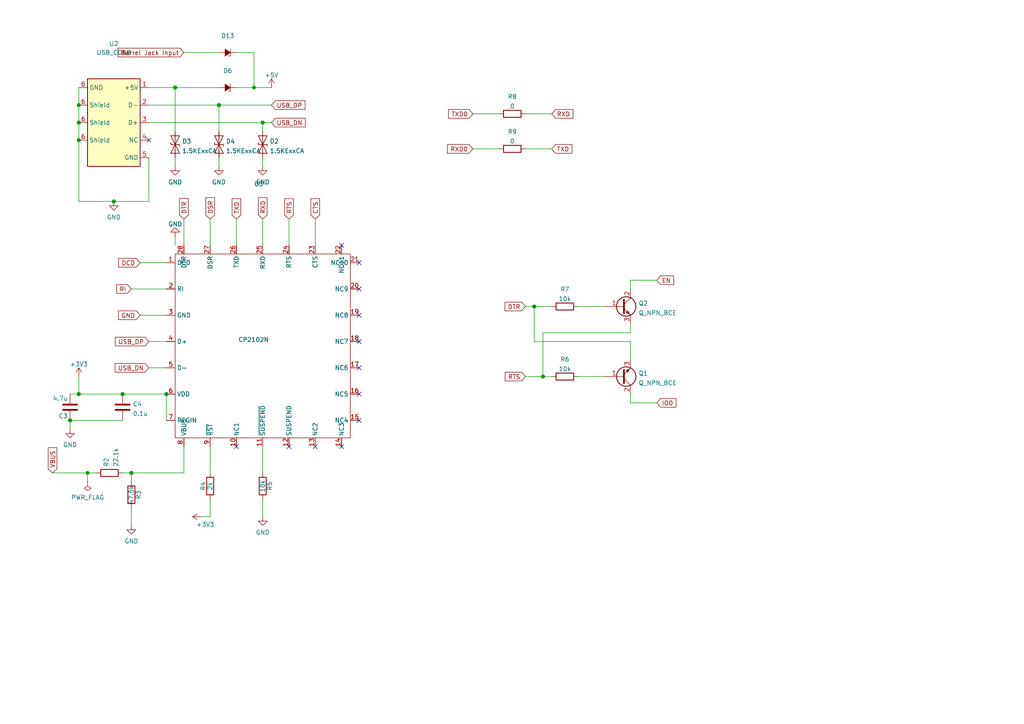
<source format=kicad_sch>
(kicad_sch (version 20210621) (generator eeschema)
  (paper "A4")
  (lib_symbols
    (symbol "Device:C" (pin_numbers hide) (pin_names (offset 0.254))
      (property "Reference" "C" (at 0.635 2.54 0))
      (property "Value" "C" (at 0.635 -2.54 0))
      (symbol "C_0_1"
        (polyline (pts (xy -2.032 -0.762) (xy 2.032 -0.762)) (stroke (width 0.508)))
        (polyline (pts (xy -2.032 0.762) (xy 2.032 0.762)) (stroke (width 0.508)))
      )
      (symbol "C_1_1"
        (pin passive line (at 0 3.81 270) (length 2.794) (name "~") (number "1"))
        (pin passive line (at 0 -3.81 90) (length 2.794) (name "~") (number "2"))
      )
    )
    (symbol "Device:D_Zener_Small_ALT" (pin_numbers hide) (pin_names (offset 0.254) hide)
      (property "Reference" "D" (at 0 2.286 0))
      (property "Value" "D_Zener_Small_ALT" (at 0 -2.286 0))
      (symbol "D_Zener_Small_ALT_0_1"
        (polyline (pts (xy 0.762 0) (xy -0.762 0)))
        (polyline (pts (xy -0.254 1.016) (xy -0.762 1.016) (xy -0.762 -1.016)))
        (polyline (pts (xy 0.762 1.016) (xy -0.762 0) (xy 0.762 -1.016) (xy 0.762 1.016)) (fill (type outline)))
      )
      (symbol "D_Zener_Small_ALT_1_1"
        (pin passive line (at -2.54 0 0) (length 1.778) (name "K") (number "1"))
        (pin passive line (at 2.54 0 180) (length 1.778) (name "A") (number "2"))
      )
    )
    (symbol "Device:Q_NPN_BCE" (pin_names (offset 0) hide)
      (property "Reference" "Q" (at 5.08 1.27 0))
      (property "Value" "Q_NPN_BCE" (at 5.08 -1.27 0))
      (symbol "Q_NPN_BCE_0_1"
        (polyline (pts (xy 0.635 0.635) (xy 2.54 2.54)))
        (polyline (pts (xy 0.635 -0.635) (xy 2.54 -2.54) (xy 2.54 -2.54)))
        (polyline (pts (xy 0.635 1.905) (xy 0.635 -1.905) (xy 0.635 -1.905)) (stroke (width 0.508)))
        (polyline (pts (xy 1.27 -1.778) (xy 1.778 -1.27) (xy 2.286 -2.286) (xy 1.27 -1.778) (xy 1.27 -1.778)) (fill (type outline)))
        (circle (center 1.27 0) (radius 2.8194) (stroke (width 0.254)) (stroke (width 0.254)))
      )
      (symbol "Q_NPN_BCE_1_1"
        (pin input line (at -5.08 0 0) (length 5.715) (name "B") (number "1"))
        (pin passive line (at 2.54 5.08 270) (length 2.54) (name "C") (number "2"))
        (pin passive line (at 2.54 -5.08 90) (length 2.54) (name "E") (number "3"))
      )
    )
    (symbol "Device:R" (pin_numbers hide) (pin_names (offset 0))
      (property "Reference" "R" (at 2.032 0 90))
      (property "Value" "R" (at 0 0 90))
      (symbol "R_0_1"
        (rectangle (start -1.016 -2.54) (end 1.016 2.54) (stroke (width 0.254)))
      )
      (symbol "R_1_1"
        (pin passive line (at 0 3.81 270) (length 1.27) (name "~") (number "1"))
        (pin passive line (at 0 -3.81 90) (length 1.27) (name "~") (number "2"))
      )
    )
    (symbol "Diode:1.5KExxCA" (pin_numbers hide) (pin_names (offset 1.016) hide)
      (property "Reference" "D" (at 0 2.54 0))
      (property "Value" "1.5KExxCA" (at 0 -2.54 0))
      (symbol "1.5KExxCA_0_1"
        (polyline (pts (xy 1.27 0) (xy -1.27 0)))
        (polyline (pts (xy -2.54 -1.27) (xy 0 0) (xy -2.54 1.27) (xy -2.54 -1.27)) (stroke (width 0.2032)))
        (polyline (pts (xy 0.508 1.27) (xy 0 1.27) (xy 0 -1.27) (xy -0.508 -1.27)) (stroke (width 0.2032)))
        (polyline (pts (xy 2.54 1.27) (xy 2.54 -1.27) (xy 0 0) (xy 2.54 1.27)) (stroke (width 0.2032)))
      )
      (symbol "1.5KExxCA_1_1"
        (pin passive line (at -3.81 0 0) (length 2.54) (name "A1") (number "1"))
        (pin passive line (at 3.81 0 180) (length 2.54) (name "A2") (number "2"))
      )
    )
    (symbol "USB_Interface_Chip:CP2102N"
      (property "Reference" "U3" (at -2.54 45.72 0))
      (property "Value" "CP2102N" (at -7.1119 0.5464 0))
      (symbol "CP2102N_0_1"
        (rectangle (start -25.4 25.4) (end 25.4 -27.94) (stroke (width 0.1524)))
      )
      (symbol "CP2102N_1_1"
        (pin bidirectional line (at -27.94 22.86 0) (length 2.54) (name "DCD") (number "1"))
        (pin bidirectional line (at -7.62 -30.48 90) (length 2.54) (name "NC1") (number "10"))
        (pin bidirectional line (at 0 -30.48 90) (length 2.54) (name "~{SUSPEND}") (number "11"))
        (pin bidirectional line (at 7.62 -30.48 90) (length 2.54) (name "SUSPEND") (number "12"))
        (pin bidirectional line (at 15.24 -30.48 90) (length 2.54) (name "NC2") (number "13"))
        (pin bidirectional line (at 22.86 -30.48 90) (length 2.54) (name "NC3") (number "14"))
        (pin bidirectional line (at 27.94 -22.86 180) (length 2.54) (name "NC4") (number "15"))
        (pin bidirectional line (at 27.94 -15.24 180) (length 2.54) (name "NC5") (number "16"))
        (pin bidirectional line (at 27.94 -7.62 180) (length 2.54) (name "NC6") (number "17"))
        (pin bidirectional line (at 27.94 0 180) (length 2.54) (name "NC7") (number "18"))
        (pin bidirectional line (at 27.94 7.62 180) (length 2.54) (name "NC8") (number "19"))
        (pin bidirectional line (at -27.94 15.24 0) (length 2.54) (name "RI") (number "2"))
        (pin bidirectional line (at 27.94 15.24 180) (length 2.54) (name "NC9") (number "20"))
        (pin bidirectional line (at 27.94 22.86 180) (length 2.54) (name "NC10") (number "21"))
        (pin bidirectional line (at 22.86 27.94 270) (length 2.54) (name "NC11") (number "22"))
        (pin bidirectional line (at 15.24 27.94 270) (length 2.54) (name "CTS") (number "23"))
        (pin bidirectional line (at 7.62 27.94 270) (length 2.54) (name "RTS") (number "24"))
        (pin bidirectional line (at 0 27.94 270) (length 2.54) (name "RXD") (number "25"))
        (pin bidirectional line (at -7.62 27.94 270) (length 2.54) (name "TXD") (number "26"))
        (pin bidirectional line (at -15.24 27.94 270) (length 2.54) (name "DSR") (number "27"))
        (pin bidirectional line (at -22.86 27.94 270) (length 2.54) (name "DTR") (number "28"))
        (pin bidirectional line (at -25.4 27.94 270) (length 2.54) hide (name "GND") (number "29"))
        (pin bidirectional line (at -27.94 7.62 0) (length 2.54) (name "GND") (number "3"))
        (pin bidirectional line (at -27.94 0 0) (length 2.54) (name "D+") (number "4"))
        (pin bidirectional line (at -27.94 -7.62 0) (length 2.54) (name "D-") (number "5"))
        (pin bidirectional line (at -27.94 -15.24 0) (length 2.54) (name "VDD") (number "6"))
        (pin bidirectional line (at -27.94 -22.86 0) (length 2.54) (name "REGIN") (number "7"))
        (pin bidirectional line (at -22.86 -30.48 90) (length 2.54) (name "VBUS") (number "8"))
        (pin bidirectional line (at -15.24 -30.48 90) (length 2.54) (name "~{RST}") (number "9"))
      )
    )
    (symbol "USB_conn:USB_CON8"
      (property "Reference" "U2" (at 0 17.78 0))
      (property "Value" "USB_CON8" (at 0 15.24 0))
      (symbol "USB_CON8_0_1"
        (rectangle (start -7.62 7.62) (end 7.62 -17.78) (stroke (width 0.254)) (fill (type background)))
      )
      (symbol "USB_CON8_1_1"
        (pin bidirectional line (at 10.16 5.08 180) (length 2.54) (name "+5V") (number "1"))
        (pin bidirectional line (at 10.16 0 180) (length 2.54) (name "D-") (number "2"))
        (pin bidirectional line (at 10.16 -5.08 180) (length 2.54) (name "D+") (number "3"))
        (pin bidirectional line (at 10.16 -10.16 180) (length 2.54) (name "NC") (number "4"))
        (pin bidirectional line (at 10.16 -15.24 180) (length 2.54) (name "GND") (number "5"))
        (pin bidirectional line (at -10.16 5.08 0) (length 2.54) (name "GND") (number "6"))
        (pin bidirectional line (at -10.16 -10.16 0) (length 2.54) (name "Shield") (number "6"))
        (pin bidirectional line (at -10.16 -5.08 0) (length 2.54) (name "Shield") (number "6"))
        (pin bidirectional line (at -10.16 0 0) (length 2.54) (name "Shield") (number "6"))
      )
    )
    (symbol "power:+3V3" (power) (pin_names (offset 0))
      (property "Value" "+3V3" (at 0 3.556 0))
      (symbol "+3V3_0_1"
        (polyline (pts (xy -0.762 1.27) (xy 0 2.54)))
        (polyline (pts (xy 0 0) (xy 0 2.54)))
        (polyline (pts (xy 0 2.54) (xy 0.762 1.27)))
      )
      (symbol "+3V3_1_1"
        (pin power_in line (at 0 0 90) (length 0) hide (name "+3V3") (number "1"))
      )
    )
    (symbol "power:+5V" (power) (pin_names (offset 0))
      (property "Value" "+5V" (at 0 3.556 0))
      (symbol "+5V_0_1"
        (polyline (pts (xy -0.762 1.27) (xy 0 2.54)))
        (polyline (pts (xy 0 0) (xy 0 2.54)))
        (polyline (pts (xy 0 2.54) (xy 0.762 1.27)))
      )
      (symbol "+5V_1_1"
        (pin power_in line (at 0 0 90) (length 0) hide (name "+5V") (number "1"))
      )
    )
    (symbol "power:GND" (power) (pin_names (offset 0))
      (property "Value" "GND" (at 0 -3.81 0))
      (symbol "GND_0_1"
        (polyline (pts (xy 0 0) (xy 0 -1.27) (xy 1.27 -1.27) (xy 0 -2.54) (xy -1.27 -1.27) (xy 0 -1.27)))
      )
      (symbol "GND_1_1"
        (pin power_in line (at 0 0 270) (length 0) hide (name "GND") (number "1"))
      )
    )
    (symbol "power:PWR_FLAG" (power) (pin_numbers hide) (pin_names (offset 0) hide)
      (property "Value" "PWR_FLAG" (at 0 3.81 0))
      (symbol "PWR_FLAG_0_0"
        (pin power_out line (at 0 0 90) (length 0) (name "pwr") (number "1"))
      )
      (symbol "PWR_FLAG_0_1"
        (polyline (pts (xy 0 0) (xy 0 1.27) (xy -1.016 1.905) (xy 0 2.54) (xy 1.016 1.905) (xy 0 1.27)))
      )
    )
  )
  (junction (at 20.32 121.92) (diameter 1.016))
  (junction (at 22.86 30.48) (diameter 1.016))
  (junction (at 22.86 35.56) (diameter 1.016))
  (junction (at 22.86 40.64) (diameter 1.016))
  (junction (at 22.86 114.3) (diameter 1.016))
  (junction (at 25.4 137.16))
  (junction (at 33.02 58.42) (diameter 1.016))
  (junction (at 35.56 114.3) (diameter 1.016))
  (junction (at 38.1 137.16) (diameter 1.016))
  (junction (at 48.26 114.3) (diameter 1.016))
  (junction (at 50.8 25.4) (diameter 1.016))
  (junction (at 63.5 30.48) (diameter 1.016))
  (junction (at 73.66 25.4))
  (junction (at 76.2 35.56) (diameter 1.016))
  (junction (at 154.94 88.9) (diameter 1.016))
  (junction (at 157.48 109.22) (diameter 1.016))
  (no_connect (at 43.18 40.64))
  (no_connect (at 68.58 129.54))
  (no_connect (at 83.82 129.54))
  (no_connect (at 91.44 129.54))
  (no_connect (at 99.06 71.12))
  (no_connect (at 99.06 129.54))
  (no_connect (at 104.14 76.2))
  (no_connect (at 104.14 83.82))
  (no_connect (at 104.14 91.44))
  (no_connect (at 104.14 99.06))
  (no_connect (at 104.14 106.68))
  (no_connect (at 104.14 114.3))
  (no_connect (at 104.14 121.92))
  (wire (pts (xy 15.24 137.16) (xy 25.4 137.16)))
  (wire (pts (xy 20.32 114.3) (xy 22.86 114.3)))
  (wire (pts (xy 20.32 121.92) (xy 20.32 124.46)))
  (wire (pts (xy 20.32 121.92) (xy 35.56 121.92)))
  (wire (pts (xy 22.86 25.4) (xy 22.86 30.48)))
  (wire (pts (xy 22.86 30.48) (xy 22.86 35.56)))
  (wire (pts (xy 22.86 35.56) (xy 22.86 40.64)))
  (wire (pts (xy 22.86 40.64) (xy 22.86 58.42)))
  (wire (pts (xy 22.86 58.42) (xy 33.02 58.42)))
  (wire (pts (xy 22.86 109.22) (xy 22.86 114.3)))
  (wire (pts (xy 22.86 114.3) (xy 35.56 114.3)))
  (wire (pts (xy 25.4 137.16) (xy 25.4 139.7)))
  (wire (pts (xy 27.94 137.16) (xy 25.4 137.16)))
  (wire (pts (xy 35.56 114.3) (xy 48.26 114.3)))
  (wire (pts (xy 38.1 83.82) (xy 48.26 83.82)))
  (wire (pts (xy 38.1 137.16) (xy 35.56 137.16)))
  (wire (pts (xy 38.1 137.16) (xy 38.1 139.7)))
  (wire (pts (xy 38.1 147.32) (xy 38.1 152.4)))
  (wire (pts (xy 40.64 76.2) (xy 48.26 76.2)))
  (wire (pts (xy 40.64 91.44) (xy 48.26 91.44)))
  (wire (pts (xy 43.18 25.4) (xy 50.8 25.4)))
  (wire (pts (xy 43.18 30.48) (xy 63.5 30.48)))
  (wire (pts (xy 43.18 35.56) (xy 76.2 35.56)))
  (wire (pts (xy 43.18 45.72) (xy 43.18 58.42)))
  (wire (pts (xy 43.18 58.42) (xy 33.02 58.42)))
  (wire (pts (xy 43.18 99.06) (xy 48.26 99.06)))
  (wire (pts (xy 43.18 106.68) (xy 48.26 106.68)))
  (wire (pts (xy 48.26 114.3) (xy 48.26 121.92)))
  (wire (pts (xy 50.8 25.4) (xy 50.8 38.1)))
  (wire (pts (xy 50.8 25.4) (xy 63.5 25.4)))
  (wire (pts (xy 50.8 45.72) (xy 50.8 48.26)))
  (wire (pts (xy 50.8 68.58) (xy 50.8 71.12)))
  (wire (pts (xy 53.34 15.24) (xy 63.5 15.24)))
  (wire (pts (xy 53.34 63.5) (xy 53.34 71.12)))
  (wire (pts (xy 53.34 129.54) (xy 53.34 137.16)))
  (wire (pts (xy 53.34 137.16) (xy 38.1 137.16)))
  (wire (pts (xy 60.96 63.5) (xy 60.96 71.12)))
  (wire (pts (xy 60.96 129.54) (xy 60.96 137.16)))
  (wire (pts (xy 60.96 144.78) (xy 60.96 149.86)))
  (wire (pts (xy 60.96 149.86) (xy 58.42 149.86)))
  (wire (pts (xy 63.5 30.48) (xy 63.5 38.1)))
  (wire (pts (xy 63.5 30.48) (xy 78.74 30.48)))
  (wire (pts (xy 63.5 45.72) (xy 63.5 48.26)))
  (wire (pts (xy 68.58 15.24) (xy 73.66 15.24)))
  (wire (pts (xy 68.58 25.4) (xy 73.66 25.4)))
  (wire (pts (xy 68.58 63.5) (xy 68.58 71.12)))
  (wire (pts (xy 73.66 15.24) (xy 73.66 25.4)))
  (wire (pts (xy 73.66 25.4) (xy 78.74 25.4)))
  (wire (pts (xy 76.2 35.56) (xy 76.2 38.1)))
  (wire (pts (xy 76.2 35.56) (xy 78.74 35.56)))
  (wire (pts (xy 76.2 45.72) (xy 76.2 48.26)))
  (wire (pts (xy 76.2 63.5) (xy 76.2 71.12)))
  (wire (pts (xy 76.2 129.54) (xy 76.2 137.16)))
  (wire (pts (xy 76.2 144.78) (xy 76.2 149.86)))
  (wire (pts (xy 83.82 63.5) (xy 83.82 71.12)))
  (wire (pts (xy 91.44 63.5) (xy 91.44 71.12)))
  (wire (pts (xy 137.16 33.02) (xy 144.78 33.02)))
  (wire (pts (xy 137.16 43.18) (xy 144.78 43.18)))
  (wire (pts (xy 152.4 33.02) (xy 160.02 33.02)))
  (wire (pts (xy 152.4 43.18) (xy 160.02 43.18)))
  (wire (pts (xy 152.4 88.9) (xy 154.94 88.9)))
  (wire (pts (xy 152.4 109.22) (xy 157.48 109.22)))
  (wire (pts (xy 154.94 88.9) (xy 160.02 88.9)))
  (wire (pts (xy 154.94 99.06) (xy 154.94 88.9)))
  (wire (pts (xy 157.48 96.52) (xy 157.48 109.22)))
  (wire (pts (xy 157.48 96.52) (xy 182.88 96.52)))
  (wire (pts (xy 157.48 109.22) (xy 160.02 109.22)))
  (wire (pts (xy 167.64 88.9) (xy 175.26 88.9)))
  (wire (pts (xy 167.64 109.22) (xy 175.26 109.22)))
  (wire (pts (xy 182.88 81.28) (xy 190.5 81.28)))
  (wire (pts (xy 182.88 83.82) (xy 182.88 81.28)))
  (wire (pts (xy 182.88 96.52) (xy 182.88 93.98)))
  (wire (pts (xy 182.88 99.06) (xy 154.94 99.06)))
  (wire (pts (xy 182.88 104.14) (xy 182.88 99.06)))
  (wire (pts (xy 182.88 114.3) (xy 182.88 116.84)))
  (wire (pts (xy 182.88 116.84) (xy 190.5 116.84)))
  (global_label "VBUS" (shape input) (at 15.24 137.16 90) (property "Intersheet References" "${INTERSHEET_REFS}" (effects hide)))
  (global_label "RI" (shape input) (at 38.1 83.82 180) (property "Intersheet References" "${INTERSHEET_REFS}" (effects hide)))
  (global_label "DCD" (shape input) (at 40.64 76.2 180) (property "Intersheet References" "${INTERSHEET_REFS}" (effects hide)))
  (global_label "GND" (shape input) (at 40.64 91.44 180) (property "Intersheet References" "${INTERSHEET_REFS}" (effects hide)))
  (global_label "USB_DP" (shape input) (at 43.18 99.06 180) (property "Intersheet References" "${INTERSHEET_REFS}" (effects hide)))
  (global_label "USB_DN" (shape input) (at 43.18 106.68 180) (property "Intersheet References" "${INTERSHEET_REFS}" (effects hide)))
  (global_label "Barrel Jack Input" (shape input) (at 53.34 15.24 180) (property "Intersheet References" "${INTERSHEET_REFS}" (effects hide)))
  (global_label "DTR" (shape input) (at 53.34 63.5 90) (property "Intersheet References" "${INTERSHEET_REFS}" (effects hide)))
  (global_label "DSR" (shape input) (at 60.96 63.5 90) (property "Intersheet References" "${INTERSHEET_REFS}" (effects hide)))
  (global_label "TXD" (shape input) (at 68.58 63.5 90) (property "Intersheet References" "${INTERSHEET_REFS}" (effects hide)))
  (global_label "RXD" (shape input) (at 76.2 63.5 90) (property "Intersheet References" "${INTERSHEET_REFS}" (effects hide)))
  (global_label "USB_DP" (shape input) (at 78.74 30.48 0) (property "Intersheet References" "${INTERSHEET_REFS}" (effects hide)))
  (global_label "USB_DN" (shape input) (at 78.74 35.56 0) (property "Intersheet References" "${INTERSHEET_REFS}" (effects hide)))
  (global_label "RTS" (shape input) (at 83.82 63.5 90) (property "Intersheet References" "${INTERSHEET_REFS}" (effects hide)))
  (global_label "CTS" (shape input) (at 91.44 63.5 90) (property "Intersheet References" "${INTERSHEET_REFS}" (effects hide)))
  (global_label "TXD0" (shape input) (at 137.16 33.02 180) (property "Intersheet References" "${INTERSHEET_REFS}" (effects hide)))
  (global_label "RXD0" (shape input) (at 137.16 43.18 180) (property "Intersheet References" "${INTERSHEET_REFS}" (effects hide)))
  (global_label "DTR" (shape input) (at 152.4 88.9 180) (property "Intersheet References" "${INTERSHEET_REFS}" (effects hide)))
  (global_label "RTS" (shape input) (at 152.4 109.22 180) (property "Intersheet References" "${INTERSHEET_REFS}" (effects hide)))
  (global_label "RXD" (shape input) (at 160.02 33.02 0) (property "Intersheet References" "${INTERSHEET_REFS}" (effects hide)))
  (global_label "TXD" (shape input) (at 160.02 43.18 0) (property "Intersheet References" "${INTERSHEET_REFS}" (effects hide)))
  (global_label "EN" (shape input) (at 190.5 81.28 0) (property "Intersheet References" "${INTERSHEET_REFS}" (effects hide)))
  (global_label "IO0" (shape input) (at 190.5 116.84 0) (property "Intersheet References" "${INTERSHEET_REFS}" (effects hide)))
  (symbol (lib_id "power:+3V3") (at 22.86 109.22 0) (unit 1)
    (property "Reference" "#PWR0114" (effects hide))
    (property "Value" "+3V3" (at 22.86 105.6154 0))
  )
  (symbol (lib_id "power:+3V3") (at 58.42 149.86 90) (unit 1)
    (property "Reference" "#PWR0108" (effects hide))
    (property "Value" "+3V3" (at 56.8961 152.117 90) (effects (justify right)))
  )
  (symbol (lib_id "power:+5V") (at 78.74 25.4 0) (unit 1)
    (property "Reference" "#PWR0117" (effects hide))
    (property "Value" "+5V" (at 78.74 21.7954 0))
  )
  (symbol (lib_id "power:PWR_FLAG") (at 25.4 139.7 180) (unit 1)
    (property "Reference" "#FLG0105" (effects hide))
    (property "Value" "PWR_FLAG" (at 25.4 144.2626 0))
  )
  (symbol (lib_id "power:GND") (at 20.32 124.46 0) (unit 1)
    (property "Reference" "#PWR0106" (effects hide))
    (property "Value" "GND" (at 20.32 129.0226 0))
  )
  (symbol (lib_id "power:GND") (at 33.02 58.42 0) (unit 1)
    (property "Reference" "#PWR0112" (effects hide))
    (property "Value" "GND" (at 33.02 62.9826 0))
  )
  (symbol (lib_id "power:GND") (at 38.1 152.4 0) (unit 1)
    (property "Reference" "#PWR0109" (effects hide))
    (property "Value" "GND" (at 38.1 156.9626 0))
  )
  (symbol (lib_id "power:GND") (at 50.8 48.26 0) (unit 1)
    (property "Reference" "#PWR0115" (effects hide))
    (property "Value" "GND" (at 50.8 52.8226 0))
  )
  (symbol (lib_id "power:GND") (at 50.8 68.58 180) (unit 1)
    (property "Reference" "#PWR0149" (effects hide))
    (property "Value" "GND" (at 50.8 64.9754 0))
  )
  (symbol (lib_id "power:GND") (at 63.5 48.26 0) (unit 1)
    (property "Reference" "#PWR0116" (effects hide))
    (property "Value" "GND" (at 63.5 52.8226 0))
  )
  (symbol (lib_id "power:GND") (at 76.2 48.26 0) (unit 1)
    (property "Reference" "#PWR0113" (effects hide))
    (property "Value" "GND" (at 76.2 52.8226 0))
  )
  (symbol (lib_id "power:GND") (at 76.2 149.86 0) (unit 1)
    (property "Reference" "#PWR0107" (effects hide))
    (property "Value" "GND" (at 76.2 154.4226 0))
  )
  (symbol (lib_id "Device:D_Zener_Small_ALT") (at 66.04 15.24 180) (unit 1)
    (property "Reference" "D13" (at 66.04 10.3844 0))
    (property "Value" "D_Zener_Small_ALT" (effects hide))
    (property "Footprint" "Diode_SMD:D_0603_1608Metric" (effects hide))
  )
  (symbol (lib_id "Device:D_Zener_Small_ALT") (at 66.04 25.4 180) (unit 1)
    (property "Reference" "D6" (at 66.04 20.5444 0))
    (property "Value" "D_Zener_Small_ALT" (effects hide))
    (property "Footprint" "Diode_SMD:D_0603_1608Metric" (effects hide))
  )
  (symbol (lib_id "Device:R") (at 31.75 137.16 90) (unit 1)
    (property "Reference" "R2" (at 30.8415 135.3819 0) (effects (justify left)))
    (property "Value" "22.1k" (at 33.6166 135.3819 0) (effects (justify left)))
    (property "Footprint" "Resistor_SMD:R_0603_1608Metric_Pad0.98x0.95mm_HandSolder" (effects hide))
  )
  (symbol (lib_id "Device:R") (at 38.1 143.51 0) (unit 1)
    (property "Reference" "R3" (at 40.132 143.51 90))
    (property "Value" "47.5k" (at 38.1 143.51 90))
    (property "Footprint" "Resistor_SMD:R_0603_1608Metric_Pad0.98x0.95mm_HandSolder" (effects hide))
  )
  (symbol (lib_id "Device:R") (at 60.96 140.97 180) (unit 1)
    (property "Reference" "R4" (at 58.928 140.97 90))
    (property "Value" "2k" (at 60.96 140.97 90))
    (property "Footprint" "Resistor_SMD:R_0603_1608Metric_Pad0.98x0.95mm_HandSolder" (effects hide))
  )
  (symbol (lib_id "Device:R") (at 76.2 140.97 0) (unit 1)
    (property "Reference" "R5" (at 78.232 140.97 90))
    (property "Value" "10k" (at 76.2 140.97 90))
    (property "Footprint" "Resistor_SMD:R_0603_1608Metric_Pad0.98x0.95mm_HandSolder" (effects hide))
  )
  (symbol (lib_id "Device:R") (at 148.59 33.02 90) (unit 1)
    (property "Reference" "R8" (at 148.59 28.0374 90))
    (property "Value" "0" (at 148.59 30.8125 90))
    (property "Footprint" "Resistor_SMD:R_0603_1608Metric_Pad0.98x0.95mm_HandSolder" (effects hide))
  )
  (symbol (lib_id "Device:R") (at 148.59 43.18 90) (unit 1)
    (property "Reference" "R9" (at 148.59 38.1974 90))
    (property "Value" "0" (at 148.59 40.9725 90))
    (property "Footprint" "Resistor_SMD:R_0603_1608Metric_Pad0.98x0.95mm_HandSolder" (effects hide))
  )
  (symbol (lib_id "Device:R") (at 163.83 88.9 90) (unit 1)
    (property "Reference" "R7" (at 163.83 83.9174 90))
    (property "Value" "10k" (at 163.83 86.6925 90))
    (property "Footprint" "Resistor_SMD:R_0603_1608Metric_Pad0.98x0.95mm_HandSolder" (effects hide))
  )
  (symbol (lib_id "Device:R") (at 163.83 109.22 90) (unit 1)
    (property "Reference" "R6" (at 163.83 104.2374 90))
    (property "Value" "10k" (at 163.83 107.0125 90))
    (property "Footprint" "Resistor_SMD:R_0603_1608Metric_Pad0.98x0.95mm_HandSolder" (effects hide))
  )
  (symbol (lib_id "Diode:1.5KExxCA") (at 50.8 41.91 90) (unit 1)
    (property "Reference" "D3" (at 52.8067 41.0015 90) (effects (justify right)))
    (property "Value" "1.5KExxCA" (at 52.8067 43.7766 90) (effects (justify right)))
    (property "Footprint" "Diode_SMD:D_0603_1608Metric_Pad1.05x0.95mm_HandSolder" (effects hide))
    (property "Datasheet" "https://www.vishay.com/docs/88301/15ke.pdf" (effects hide))
  )
  (symbol (lib_id "Diode:1.5KExxCA") (at 63.5 41.91 90) (unit 1)
    (property "Reference" "D4" (at 65.5067 41.0015 90) (effects (justify right)))
    (property "Value" "1.5KExxCA" (at 65.5067 43.7766 90) (effects (justify right)))
    (property "Footprint" "Diode_SMD:D_0603_1608Metric_Pad1.05x0.95mm_HandSolder" (effects hide))
    (property "Datasheet" "https://www.vishay.com/docs/88301/15ke.pdf" (effects hide))
  )
  (symbol (lib_id "Diode:1.5KExxCA") (at 76.2 41.91 90) (unit 1)
    (property "Reference" "D2" (at 78.2067 41.0015 90) (effects (justify right)))
    (property "Value" "1.5KExxCA" (at 78.2067 43.7766 90) (effects (justify right)))
    (property "Footprint" "Diode_SMD:D_0603_1608Metric_Pad1.05x0.95mm_HandSolder" (effects hide))
    (property "Datasheet" "https://www.vishay.com/docs/88301/15ke.pdf" (effects hide))
  )
  (symbol (lib_id "Device:C") (at 20.32 118.11 180) (unit 1)
    (property "Reference" "C3" (at 19.685 120.65 0) (effects (justify left)))
    (property "Value" "4.7u" (at 19.685 115.57 0) (effects (justify left)))
    (property "Footprint" "Capacitor_SMD:C_0603_1608Metric" (effects hide))
  )
  (symbol (lib_id "Device:C") (at 35.56 118.11 0) (unit 1)
    (property "Reference" "C4" (at 38.4811 117.2015 0) (effects (justify left)))
    (property "Value" "0.1u" (at 38.4811 119.9766 0) (effects (justify left)))
    (property "Footprint" "Capacitor_SMD:C_0603_1608Metric" (effects hide))
  )
  (symbol (lib_id "Device:Q_NPN_BCE") (at 180.34 88.9 0) (unit 1)
    (property "Reference" "Q2" (at 185.1915 87.9915 0) (effects (justify left)))
    (property "Value" "Q_NPN_BCE" (at 185.1915 90.7666 0) (effects (justify left)))
    (property "Footprint" "Package_TO_SOT_SMD:SOT-23" (effects hide))
  )
  (symbol (lib_id "Device:Q_NPN_BCE") (at 180.34 109.22 0) (mirror x) (unit 1)
    (property "Reference" "Q1" (at 185.1915 108.3115 0) (effects (justify left)))
    (property "Value" "Q_NPN_BCE" (at 185.1915 111.0866 0) (effects (justify left)))
    (property "Footprint" "Package_TO_SOT_SMD:SOT-23" (effects hide))
  )
  (symbol (lib_id "USB_conn:USB_CON8") (at 33.02 30.48 0) (unit 1)
    (property "Reference" "U2" (at 33.02 12.7 0))
    (property "Value" "USB_CON8" (at 33.02 15.24 0))
    (property "Footprint" "Connector_USB:USB_Micro-B_Amphenol_10103594-0001LF_Horizontal" (effects hide))
  )
  (symbol (lib_id "USB_Interface_Chip:CP2102N") (at 76.2 99.06 0) (unit 1)
    (property "Reference" "U3" (at 73.66 53.34 0) (effects (justify left)))
    (property "Value" "CP2102N" (at 69.0881 98.5136 0) (effects (justify left)))
    (property "Footprint" "Package_DFN_QFN:QFN-28-1EP_5x5mm_P0.5mm_EP3.35x3.35mm" (effects hide))
    (property "Datasheet" "https://www.silabs.com/documents/public/data-sheets/cp2102n-datasheet.pdf" (effects hide))
  )
)
</source>
